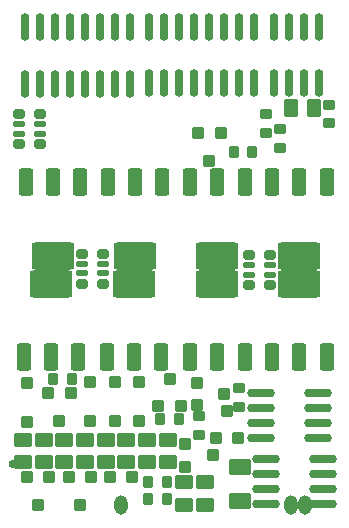
<source format=gts>
G04*
G04 #@! TF.GenerationSoftware,Altium Limited,Altium Designer,20.2.7 (254)*
G04*
G04 Layer_Color=7674933*
%FSLAX25Y25*%
%MOIN*%
G70*
G04*
G04 #@! TF.SameCoordinates,5AC374DB-F55B-4F4B-A56E-E1240E510371*
G04*
G04*
G04 #@! TF.FilePolarity,Negative*
G04*
G01*
G75*
G04:AMPARAMS|DCode=31|XSize=40.95mil|YSize=42.91mil|CornerRadius=6.3mil|HoleSize=0mil|Usage=FLASHONLY|Rotation=270.000|XOffset=0mil|YOffset=0mil|HoleType=Round|Shape=RoundedRectangle|*
%AMROUNDEDRECTD31*
21,1,0.04095,0.03032,0,0,270.0*
21,1,0.02835,0.04291,0,0,270.0*
1,1,0.01260,-0.01516,-0.01417*
1,1,0.01260,-0.01516,0.01417*
1,1,0.01260,0.01516,0.01417*
1,1,0.01260,0.01516,-0.01417*
%
%ADD31ROUNDEDRECTD31*%
G04:AMPARAMS|DCode=32|XSize=40.95mil|YSize=42.91mil|CornerRadius=6.3mil|HoleSize=0mil|Usage=FLASHONLY|Rotation=270.000|XOffset=0mil|YOffset=0mil|HoleType=Round|Shape=RoundedRectangle|*
%AMROUNDEDRECTD32*
21,1,0.04095,0.03032,0,0,270.0*
21,1,0.02835,0.04291,0,0,270.0*
1,1,0.01260,-0.01516,-0.01417*
1,1,0.01260,-0.01516,0.01417*
1,1,0.01260,0.01516,0.01417*
1,1,0.01260,0.01516,-0.01417*
%
%ADD32ROUNDEDRECTD32*%
G04:AMPARAMS|DCode=33|XSize=40.95mil|YSize=42.91mil|CornerRadius=6.3mil|HoleSize=0mil|Usage=FLASHONLY|Rotation=0.000|XOffset=0mil|YOffset=0mil|HoleType=Round|Shape=RoundedRectangle|*
%AMROUNDEDRECTD33*
21,1,0.04095,0.03032,0,0,0.0*
21,1,0.02835,0.04291,0,0,0.0*
1,1,0.01260,0.01417,-0.01516*
1,1,0.01260,-0.01417,-0.01516*
1,1,0.01260,-0.01417,0.01516*
1,1,0.01260,0.01417,0.01516*
%
%ADD33ROUNDEDRECTD33*%
G04:AMPARAMS|DCode=34|XSize=40.95mil|YSize=42.91mil|CornerRadius=6.3mil|HoleSize=0mil|Usage=FLASHONLY|Rotation=0.000|XOffset=0mil|YOffset=0mil|HoleType=Round|Shape=RoundedRectangle|*
%AMROUNDEDRECTD34*
21,1,0.04095,0.03032,0,0,0.0*
21,1,0.02835,0.04291,0,0,0.0*
1,1,0.01260,0.01417,-0.01516*
1,1,0.01260,-0.01417,-0.01516*
1,1,0.01260,-0.01417,0.01516*
1,1,0.01260,0.01417,0.01516*
%
%ADD34ROUNDEDRECTD34*%
G04:AMPARAMS|DCode=35|XSize=33.07mil|YSize=41.73mil|CornerRadius=5.51mil|HoleSize=0mil|Usage=FLASHONLY|Rotation=90.000|XOffset=0mil|YOffset=0mil|HoleType=Round|Shape=RoundedRectangle|*
%AMROUNDEDRECTD35*
21,1,0.03307,0.03071,0,0,90.0*
21,1,0.02205,0.04173,0,0,90.0*
1,1,0.01102,0.01535,0.01102*
1,1,0.01102,0.01535,-0.01102*
1,1,0.01102,-0.01535,-0.01102*
1,1,0.01102,-0.01535,0.01102*
%
%ADD35ROUNDEDRECTD35*%
%ADD36O,0.04488X0.06457*%
%ADD37O,0.03701X0.02913*%
G04:AMPARAMS|DCode=38|XSize=76.38mil|YSize=50.79mil|CornerRadius=7.28mil|HoleSize=0mil|Usage=FLASHONLY|Rotation=0.000|XOffset=0mil|YOffset=0mil|HoleType=Round|Shape=RoundedRectangle|*
%AMROUNDEDRECTD38*
21,1,0.07638,0.03622,0,0,0.0*
21,1,0.06181,0.05079,0,0,0.0*
1,1,0.01457,0.03091,-0.01811*
1,1,0.01457,-0.03091,-0.01811*
1,1,0.01457,-0.03091,0.01811*
1,1,0.01457,0.03091,0.01811*
%
%ADD38ROUNDEDRECTD38*%
G04:AMPARAMS|DCode=39|XSize=48.82mil|YSize=90.16mil|CornerRadius=7.09mil|HoleSize=0mil|Usage=FLASHONLY|Rotation=180.000|XOffset=0mil|YOffset=0mil|HoleType=Round|Shape=RoundedRectangle|*
%AMROUNDEDRECTD39*
21,1,0.04882,0.07598,0,0,180.0*
21,1,0.03465,0.09016,0,0,180.0*
1,1,0.01417,-0.01732,0.03799*
1,1,0.01417,0.01732,0.03799*
1,1,0.01417,0.01732,-0.03799*
1,1,0.01417,-0.01732,-0.03799*
%
%ADD39ROUNDEDRECTD39*%
G04:AMPARAMS|DCode=40|XSize=48.82mil|YSize=90.16mil|CornerRadius=7.09mil|HoleSize=0mil|Usage=FLASHONLY|Rotation=180.000|XOffset=0mil|YOffset=0mil|HoleType=Round|Shape=RoundedRectangle|*
%AMROUNDEDRECTD40*
21,1,0.04882,0.07599,0,0,180.0*
21,1,0.03465,0.09016,0,0,180.0*
1,1,0.01417,-0.01732,0.03799*
1,1,0.01417,0.01732,0.03799*
1,1,0.01417,0.01732,-0.03799*
1,1,0.01417,-0.01732,-0.03799*
%
%ADD40ROUNDEDRECTD40*%
G04:AMPARAMS|DCode=41|XSize=143.31mil|YSize=90.16mil|CornerRadius=11.22mil|HoleSize=0mil|Usage=FLASHONLY|Rotation=180.000|XOffset=0mil|YOffset=0mil|HoleType=Round|Shape=RoundedRectangle|*
%AMROUNDEDRECTD41*
21,1,0.14331,0.06772,0,0,180.0*
21,1,0.12087,0.09016,0,0,180.0*
1,1,0.02244,-0.06043,0.03386*
1,1,0.02244,0.06043,0.03386*
1,1,0.02244,0.06043,-0.03386*
1,1,0.02244,-0.06043,-0.03386*
%
%ADD41ROUNDEDRECTD41*%
G04:AMPARAMS|DCode=42|XSize=31.1mil|YSize=37.01mil|CornerRadius=5.32mil|HoleSize=0mil|Usage=FLASHONLY|Rotation=90.000|XOffset=0mil|YOffset=0mil|HoleType=Round|Shape=RoundedRectangle|*
%AMROUNDEDRECTD42*
21,1,0.03110,0.02638,0,0,90.0*
21,1,0.02047,0.03701,0,0,90.0*
1,1,0.01063,0.01319,0.01024*
1,1,0.01063,0.01319,-0.01024*
1,1,0.01063,-0.01319,-0.01024*
1,1,0.01063,-0.01319,0.01024*
%
%ADD42ROUNDEDRECTD42*%
G04:AMPARAMS|DCode=43|XSize=23.23mil|YSize=37.01mil|CornerRadius=4.53mil|HoleSize=0mil|Usage=FLASHONLY|Rotation=90.000|XOffset=0mil|YOffset=0mil|HoleType=Round|Shape=RoundedRectangle|*
%AMROUNDEDRECTD43*
21,1,0.02323,0.02795,0,0,90.0*
21,1,0.01417,0.03701,0,0,90.0*
1,1,0.00906,0.01398,0.00709*
1,1,0.00906,0.01398,-0.00709*
1,1,0.00906,-0.01398,-0.00709*
1,1,0.00906,-0.01398,0.00709*
%
%ADD43ROUNDEDRECTD43*%
%ADD44O,0.02913X0.09213*%
%ADD45O,0.09213X0.02913*%
G04:AMPARAMS|DCode=46|XSize=44.88mil|YSize=62.6mil|CornerRadius=6.69mil|HoleSize=0mil|Usage=FLASHONLY|Rotation=90.000|XOffset=0mil|YOffset=0mil|HoleType=Round|Shape=RoundedRectangle|*
%AMROUNDEDRECTD46*
21,1,0.04488,0.04921,0,0,90.0*
21,1,0.03150,0.06260,0,0,90.0*
1,1,0.01339,0.02461,0.01575*
1,1,0.01339,0.02461,-0.01575*
1,1,0.01339,-0.02461,-0.01575*
1,1,0.01339,-0.02461,0.01575*
%
%ADD46ROUNDEDRECTD46*%
G04:AMPARAMS|DCode=47|XSize=41.34mil|YSize=38.98mil|CornerRadius=6.1mil|HoleSize=0mil|Usage=FLASHONLY|Rotation=90.000|XOffset=0mil|YOffset=0mil|HoleType=Round|Shape=RoundedRectangle|*
%AMROUNDEDRECTD47*
21,1,0.04134,0.02677,0,0,90.0*
21,1,0.02913,0.03898,0,0,90.0*
1,1,0.01221,0.01339,0.01457*
1,1,0.01221,0.01339,-0.01457*
1,1,0.01221,-0.01339,-0.01457*
1,1,0.01221,-0.01339,0.01457*
%
%ADD47ROUNDEDRECTD47*%
G04:AMPARAMS|DCode=48|XSize=33.07mil|YSize=41.73mil|CornerRadius=5.51mil|HoleSize=0mil|Usage=FLASHONLY|Rotation=180.000|XOffset=0mil|YOffset=0mil|HoleType=Round|Shape=RoundedRectangle|*
%AMROUNDEDRECTD48*
21,1,0.03307,0.03071,0,0,180.0*
21,1,0.02205,0.04173,0,0,180.0*
1,1,0.01102,-0.01102,0.01535*
1,1,0.01102,0.01102,0.01535*
1,1,0.01102,0.01102,-0.01535*
1,1,0.01102,-0.01102,-0.01535*
%
%ADD48ROUNDEDRECTD48*%
G04:AMPARAMS|DCode=49|XSize=44.88mil|YSize=62.6mil|CornerRadius=6.69mil|HoleSize=0mil|Usage=FLASHONLY|Rotation=180.000|XOffset=0mil|YOffset=0mil|HoleType=Round|Shape=RoundedRectangle|*
%AMROUNDEDRECTD49*
21,1,0.04488,0.04921,0,0,180.0*
21,1,0.03150,0.06260,0,0,180.0*
1,1,0.01339,-0.01575,0.02461*
1,1,0.01339,0.01575,0.02461*
1,1,0.01339,0.01575,-0.02461*
1,1,0.01339,-0.01575,-0.02461*
%
%ADD49ROUNDEDRECTD49*%
D31*
X62776Y44094D02*
D03*
X72028Y40354D02*
D03*
X68091Y19783D02*
D03*
X58839Y23524D02*
D03*
D32*
X62776Y36614D02*
D03*
X58839Y16043D02*
D03*
D33*
X69095Y25473D02*
D03*
X72835Y34724D02*
D03*
X70768Y127284D02*
D03*
X67027Y118032D02*
D03*
X27657Y12677D02*
D03*
X23917Y3425D02*
D03*
X9941D02*
D03*
X13681Y12677D02*
D03*
X37500Y3425D02*
D03*
X41240Y12677D02*
D03*
X50000Y36162D02*
D03*
X53740Y45414D02*
D03*
X17028Y31378D02*
D03*
X20768Y40630D02*
D03*
D34*
X76575Y25473D02*
D03*
X63287Y127284D02*
D03*
X20177Y12677D02*
D03*
X6201D02*
D03*
X33760D02*
D03*
X57480Y36162D02*
D03*
X13287Y40630D02*
D03*
D35*
X76968Y35925D02*
D03*
Y42224D02*
D03*
X63681Y33071D02*
D03*
Y26772D02*
D03*
X106791Y130473D02*
D03*
Y136772D02*
D03*
X85827Y133465D02*
D03*
Y127165D02*
D03*
X90453Y122343D02*
D03*
Y128642D02*
D03*
D36*
X37506Y3302D02*
D03*
X94101D02*
D03*
X99045D02*
D03*
D37*
X1856Y17067D02*
D03*
D38*
X77165Y15945D02*
D03*
Y4527D02*
D03*
D39*
X78740Y110787D02*
D03*
X60630D02*
D03*
X78740Y52520D02*
D03*
X60630D02*
D03*
X87992D02*
D03*
X106102D02*
D03*
X87992Y110787D02*
D03*
X106102D02*
D03*
X51378D02*
D03*
X33268D02*
D03*
X5906D02*
D03*
X24016D02*
D03*
X32874Y52520D02*
D03*
X50984D02*
D03*
X23228D02*
D03*
X5118D02*
D03*
D40*
X69685Y110787D02*
D03*
X69685Y52520D02*
D03*
X97047D02*
D03*
X97047Y110787D02*
D03*
X42323D02*
D03*
X14961D02*
D03*
X41929Y52520D02*
D03*
X14173D02*
D03*
D41*
X69685Y86378D02*
D03*
X69685Y76929D02*
D03*
X97047D02*
D03*
X97047Y86378D02*
D03*
X42323D02*
D03*
X14961D02*
D03*
X41929Y76929D02*
D03*
X14173D02*
D03*
D42*
X31594Y77028D02*
D03*
X24508D02*
D03*
Y87067D02*
D03*
X31594D02*
D03*
X10630Y123583D02*
D03*
X3543D02*
D03*
Y133622D02*
D03*
X10630D02*
D03*
X87303Y86575D02*
D03*
X80216D02*
D03*
Y76535D02*
D03*
X87303D02*
D03*
D43*
X31594Y80472D02*
D03*
Y83622D02*
D03*
X24508D02*
D03*
Y80472D02*
D03*
X10630Y127028D02*
D03*
Y130177D02*
D03*
X3543D02*
D03*
Y127028D02*
D03*
X80216Y79980D02*
D03*
Y83130D02*
D03*
X87303D02*
D03*
Y79980D02*
D03*
D44*
X5433Y143661D02*
D03*
X10433D02*
D03*
X15433D02*
D03*
X20433D02*
D03*
X25433D02*
D03*
X30433D02*
D03*
X35433D02*
D03*
X40433D02*
D03*
X5433Y162559D02*
D03*
X10433D02*
D03*
X15433D02*
D03*
X20433D02*
D03*
X25433D02*
D03*
X30433D02*
D03*
X35433D02*
D03*
X40433D02*
D03*
X81870Y162756D02*
D03*
X76870D02*
D03*
X71870D02*
D03*
X66870D02*
D03*
X61870D02*
D03*
X56870D02*
D03*
X51870D02*
D03*
X46870D02*
D03*
X81870Y143858D02*
D03*
X76870D02*
D03*
X71870D02*
D03*
X66870D02*
D03*
X61870D02*
D03*
X56870D02*
D03*
X51870D02*
D03*
X46870D02*
D03*
X88465Y143858D02*
D03*
X93465D02*
D03*
X98465D02*
D03*
X103465D02*
D03*
X88465Y162756D02*
D03*
X93465D02*
D03*
X98465D02*
D03*
X103465D02*
D03*
D45*
X86024Y18681D02*
D03*
Y13681D02*
D03*
Y8681D02*
D03*
Y3681D02*
D03*
X104922Y18681D02*
D03*
Y13681D02*
D03*
Y8681D02*
D03*
Y3681D02*
D03*
X103150Y25532D02*
D03*
Y30531D02*
D03*
Y35531D02*
D03*
Y40532D02*
D03*
X84252Y25532D02*
D03*
Y30531D02*
D03*
Y35531D02*
D03*
Y40532D02*
D03*
D46*
X4921Y25059D02*
D03*
Y17579D02*
D03*
X11811D02*
D03*
Y25059D02*
D03*
X18701D02*
D03*
Y17579D02*
D03*
X25591D02*
D03*
Y25059D02*
D03*
X32480D02*
D03*
Y17579D02*
D03*
X39370D02*
D03*
Y25059D02*
D03*
X46260D02*
D03*
Y17579D02*
D03*
X53150D02*
D03*
Y25059D02*
D03*
X65650Y3307D02*
D03*
Y10787D02*
D03*
X58465Y10886D02*
D03*
Y3405D02*
D03*
D47*
X43406Y31358D02*
D03*
Y44350D02*
D03*
X6201Y43957D02*
D03*
Y30965D02*
D03*
X27362Y31358D02*
D03*
Y44350D02*
D03*
X35531D02*
D03*
Y31358D02*
D03*
D48*
X52953Y10984D02*
D03*
X46654D02*
D03*
X46555Y5374D02*
D03*
X52854D02*
D03*
X50492Y31949D02*
D03*
X56791D02*
D03*
X81367Y121020D02*
D03*
X75068D02*
D03*
X21358Y45335D02*
D03*
X15059D02*
D03*
D49*
X94390Y135492D02*
D03*
X101870D02*
D03*
M02*

</source>
